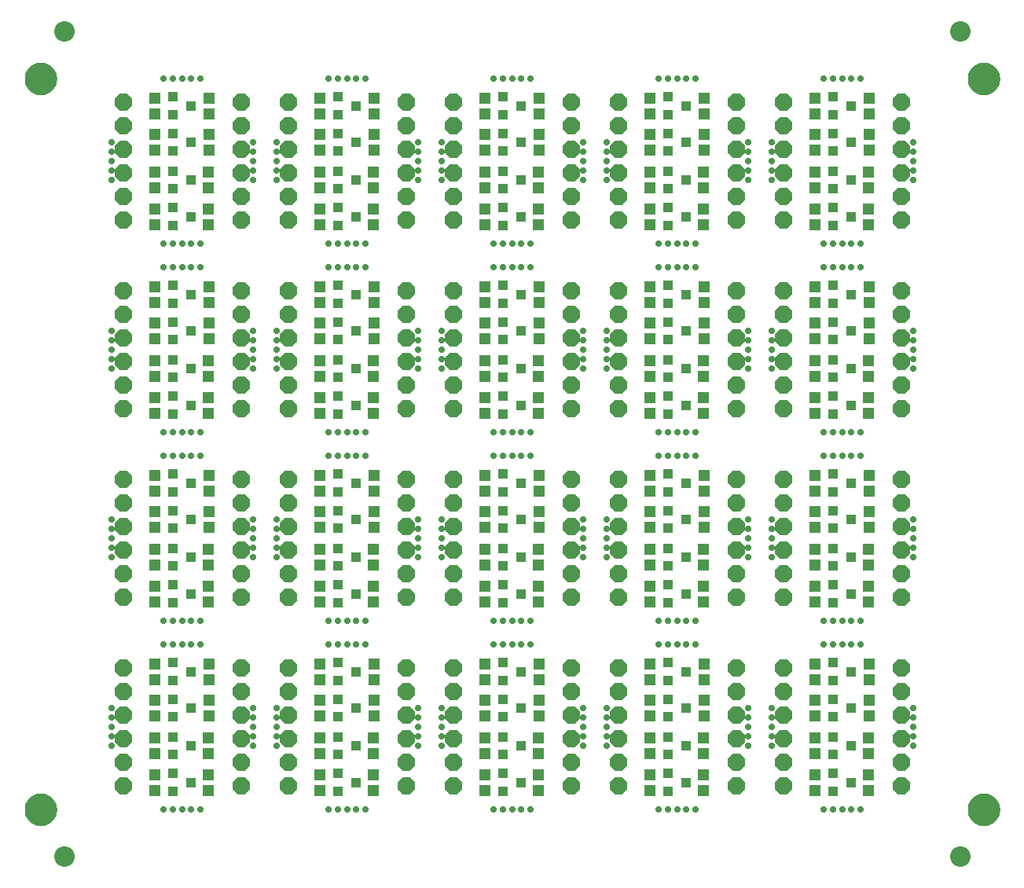
<source format=gts>
G75*
G70*
%OFA0B0*%
%FSLAX24Y24*%
%IPPOS*%
%LPD*%
%AMOC8*
5,1,8,0,0,1.08239X$1,22.5*
%
%ADD10C,0.0277*%
%ADD11C,0.0867*%
%ADD12R,0.0434X0.0395*%
%ADD13R,0.0513X0.0474*%
%ADD14OC8,0.0720*%
%ADD15C,0.0474*%
%ADD16C,0.0500*%
D10*
X009365Y007156D03*
X009759Y007156D03*
X010152Y007156D03*
X010546Y007156D03*
X010940Y007156D03*
X013152Y009869D03*
X013152Y010262D03*
X013152Y010656D03*
X013152Y011050D03*
X013152Y011443D03*
X014152Y011443D03*
X014152Y011050D03*
X014152Y010656D03*
X014152Y010262D03*
X014152Y009869D03*
X016365Y007156D03*
X016759Y007156D03*
X017152Y007156D03*
X017546Y007156D03*
X017940Y007156D03*
X020152Y009869D03*
X020152Y010262D03*
X020152Y010656D03*
X020152Y011050D03*
X020152Y011443D03*
X021152Y011443D03*
X021152Y011050D03*
X021152Y010656D03*
X021152Y010262D03*
X021152Y009869D03*
X023365Y007156D03*
X023759Y007156D03*
X024152Y007156D03*
X024546Y007156D03*
X024940Y007156D03*
X027152Y009869D03*
X027152Y010262D03*
X027152Y010656D03*
X027152Y011050D03*
X027152Y011443D03*
X028152Y011443D03*
X028152Y011050D03*
X028152Y010656D03*
X028152Y010262D03*
X028152Y009869D03*
X030365Y007156D03*
X030759Y007156D03*
X031152Y007156D03*
X031546Y007156D03*
X031940Y007156D03*
X034152Y009869D03*
X034152Y010262D03*
X034152Y010656D03*
X034152Y011050D03*
X034152Y011443D03*
X035152Y011443D03*
X035152Y011050D03*
X035152Y010656D03*
X035152Y010262D03*
X035152Y009869D03*
X037365Y007156D03*
X037759Y007156D03*
X038152Y007156D03*
X038546Y007156D03*
X038940Y007156D03*
X041152Y009869D03*
X041152Y010262D03*
X041152Y010656D03*
X041152Y011050D03*
X041152Y011443D03*
X038940Y014156D03*
X038546Y014156D03*
X038152Y014156D03*
X037759Y014156D03*
X037365Y014156D03*
X037365Y015156D03*
X037759Y015156D03*
X038152Y015156D03*
X038546Y015156D03*
X038940Y015156D03*
X041152Y017869D03*
X041152Y018262D03*
X041152Y018656D03*
X041152Y019050D03*
X041152Y019443D03*
X038940Y022156D03*
X038546Y022156D03*
X038152Y022156D03*
X037759Y022156D03*
X037365Y022156D03*
X037365Y023156D03*
X037759Y023156D03*
X038152Y023156D03*
X038546Y023156D03*
X038940Y023156D03*
X041152Y025869D03*
X041152Y026262D03*
X041152Y026656D03*
X041152Y027050D03*
X041152Y027443D03*
X038940Y030156D03*
X038546Y030156D03*
X038152Y030156D03*
X037759Y030156D03*
X037365Y030156D03*
X037365Y031156D03*
X037759Y031156D03*
X038152Y031156D03*
X038546Y031156D03*
X038940Y031156D03*
X041152Y033869D03*
X041152Y034262D03*
X041152Y034656D03*
X041152Y035050D03*
X041152Y035443D03*
X038940Y038156D03*
X038546Y038156D03*
X038152Y038156D03*
X037759Y038156D03*
X037365Y038156D03*
X035152Y035443D03*
X035152Y035050D03*
X035152Y034656D03*
X035152Y034262D03*
X035152Y033869D03*
X034152Y033869D03*
X034152Y034262D03*
X034152Y034656D03*
X034152Y035050D03*
X034152Y035443D03*
X031940Y038156D03*
X031546Y038156D03*
X031152Y038156D03*
X030759Y038156D03*
X030365Y038156D03*
X028152Y035443D03*
X028152Y035050D03*
X028152Y034656D03*
X028152Y034262D03*
X028152Y033869D03*
X027152Y033869D03*
X027152Y034262D03*
X027152Y034656D03*
X027152Y035050D03*
X027152Y035443D03*
X024940Y038156D03*
X024546Y038156D03*
X024152Y038156D03*
X023759Y038156D03*
X023365Y038156D03*
X021152Y035443D03*
X021152Y035050D03*
X021152Y034656D03*
X021152Y034262D03*
X021152Y033869D03*
X020152Y033869D03*
X020152Y034262D03*
X020152Y034656D03*
X020152Y035050D03*
X020152Y035443D03*
X017940Y038156D03*
X017546Y038156D03*
X017152Y038156D03*
X016759Y038156D03*
X016365Y038156D03*
X014152Y035443D03*
X014152Y035050D03*
X014152Y034656D03*
X014152Y034262D03*
X014152Y033869D03*
X013152Y033869D03*
X013152Y034262D03*
X013152Y034656D03*
X013152Y035050D03*
X013152Y035443D03*
X010940Y038156D03*
X010546Y038156D03*
X010152Y038156D03*
X009759Y038156D03*
X009365Y038156D03*
X007152Y035443D03*
X007152Y035050D03*
X007152Y034656D03*
X007152Y034262D03*
X007152Y033869D03*
X009365Y031156D03*
X009759Y031156D03*
X010152Y031156D03*
X010546Y031156D03*
X010940Y031156D03*
X010940Y030156D03*
X010546Y030156D03*
X010152Y030156D03*
X009759Y030156D03*
X009365Y030156D03*
X007152Y027443D03*
X007152Y027050D03*
X007152Y026656D03*
X007152Y026262D03*
X007152Y025869D03*
X009365Y023156D03*
X009759Y023156D03*
X010152Y023156D03*
X010546Y023156D03*
X010940Y023156D03*
X010940Y022156D03*
X010546Y022156D03*
X010152Y022156D03*
X009759Y022156D03*
X009365Y022156D03*
X007152Y019443D03*
X007152Y019050D03*
X007152Y018656D03*
X007152Y018262D03*
X007152Y017869D03*
X009365Y015156D03*
X009759Y015156D03*
X010152Y015156D03*
X010546Y015156D03*
X010940Y015156D03*
X010940Y014156D03*
X010546Y014156D03*
X010152Y014156D03*
X009759Y014156D03*
X009365Y014156D03*
X007152Y011443D03*
X007152Y011050D03*
X007152Y010656D03*
X007152Y010262D03*
X007152Y009869D03*
X013152Y017869D03*
X013152Y018262D03*
X013152Y018656D03*
X013152Y019050D03*
X013152Y019443D03*
X014152Y019443D03*
X014152Y019050D03*
X014152Y018656D03*
X014152Y018262D03*
X014152Y017869D03*
X016365Y015156D03*
X016759Y015156D03*
X017152Y015156D03*
X017546Y015156D03*
X017940Y015156D03*
X017940Y014156D03*
X017546Y014156D03*
X017152Y014156D03*
X016759Y014156D03*
X016365Y014156D03*
X020152Y017869D03*
X020152Y018262D03*
X020152Y018656D03*
X020152Y019050D03*
X020152Y019443D03*
X021152Y019443D03*
X021152Y019050D03*
X021152Y018656D03*
X021152Y018262D03*
X021152Y017869D03*
X023365Y015156D03*
X023759Y015156D03*
X024152Y015156D03*
X024546Y015156D03*
X024940Y015156D03*
X024940Y014156D03*
X024546Y014156D03*
X024152Y014156D03*
X023759Y014156D03*
X023365Y014156D03*
X027152Y017869D03*
X027152Y018262D03*
X027152Y018656D03*
X027152Y019050D03*
X027152Y019443D03*
X028152Y019443D03*
X028152Y019050D03*
X028152Y018656D03*
X028152Y018262D03*
X028152Y017869D03*
X030365Y015156D03*
X030759Y015156D03*
X031152Y015156D03*
X031546Y015156D03*
X031940Y015156D03*
X031940Y014156D03*
X031546Y014156D03*
X031152Y014156D03*
X030759Y014156D03*
X030365Y014156D03*
X034152Y017869D03*
X034152Y018262D03*
X034152Y018656D03*
X034152Y019050D03*
X034152Y019443D03*
X035152Y019443D03*
X035152Y019050D03*
X035152Y018656D03*
X035152Y018262D03*
X035152Y017869D03*
X031940Y022156D03*
X031546Y022156D03*
X031152Y022156D03*
X030759Y022156D03*
X030365Y022156D03*
X030365Y023156D03*
X030759Y023156D03*
X031152Y023156D03*
X031546Y023156D03*
X031940Y023156D03*
X034152Y025869D03*
X034152Y026262D03*
X034152Y026656D03*
X034152Y027050D03*
X034152Y027443D03*
X035152Y027443D03*
X035152Y027050D03*
X035152Y026656D03*
X035152Y026262D03*
X035152Y025869D03*
X031940Y030156D03*
X031546Y030156D03*
X031152Y030156D03*
X030759Y030156D03*
X030365Y030156D03*
X030365Y031156D03*
X030759Y031156D03*
X031152Y031156D03*
X031546Y031156D03*
X031940Y031156D03*
X028152Y027443D03*
X028152Y027050D03*
X028152Y026656D03*
X028152Y026262D03*
X028152Y025869D03*
X027152Y025869D03*
X027152Y026262D03*
X027152Y026656D03*
X027152Y027050D03*
X027152Y027443D03*
X024940Y030156D03*
X024546Y030156D03*
X024152Y030156D03*
X023759Y030156D03*
X023365Y030156D03*
X023365Y031156D03*
X023759Y031156D03*
X024152Y031156D03*
X024546Y031156D03*
X024940Y031156D03*
X021152Y027443D03*
X021152Y027050D03*
X021152Y026656D03*
X021152Y026262D03*
X021152Y025869D03*
X020152Y025869D03*
X020152Y026262D03*
X020152Y026656D03*
X020152Y027050D03*
X020152Y027443D03*
X017940Y030156D03*
X017546Y030156D03*
X017152Y030156D03*
X016759Y030156D03*
X016365Y030156D03*
X016365Y031156D03*
X016759Y031156D03*
X017152Y031156D03*
X017546Y031156D03*
X017940Y031156D03*
X014152Y027443D03*
X014152Y027050D03*
X014152Y026656D03*
X014152Y026262D03*
X014152Y025869D03*
X013152Y025869D03*
X013152Y026262D03*
X013152Y026656D03*
X013152Y027050D03*
X013152Y027443D03*
X016365Y023156D03*
X016759Y023156D03*
X017152Y023156D03*
X017546Y023156D03*
X017940Y023156D03*
X017940Y022156D03*
X017546Y022156D03*
X017152Y022156D03*
X016759Y022156D03*
X016365Y022156D03*
X023365Y022156D03*
X023759Y022156D03*
X024152Y022156D03*
X024546Y022156D03*
X024940Y022156D03*
X024940Y023156D03*
X024546Y023156D03*
X024152Y023156D03*
X023759Y023156D03*
X023365Y023156D03*
D11*
X005152Y005156D03*
X005152Y040156D03*
X043152Y040156D03*
X043152Y005156D03*
D12*
X038546Y008306D03*
X037759Y008680D03*
X037759Y009482D03*
X038546Y009856D03*
X037759Y010230D03*
X037759Y011082D03*
X038546Y011456D03*
X037759Y011830D03*
X037759Y012632D03*
X038546Y013006D03*
X037759Y013380D03*
X037759Y015932D03*
X037759Y016680D03*
X038546Y016306D03*
X037759Y017482D03*
X038546Y017856D03*
X037759Y018230D03*
X037759Y019082D03*
X037759Y019830D03*
X038546Y019456D03*
X037759Y020632D03*
X038546Y021006D03*
X037759Y021380D03*
X037759Y023932D03*
X038546Y024306D03*
X037759Y024680D03*
X037759Y025482D03*
X037759Y026230D03*
X038546Y025856D03*
X037759Y027082D03*
X038546Y027456D03*
X037759Y027830D03*
X037759Y028632D03*
X037759Y029380D03*
X038546Y029006D03*
X037759Y031932D03*
X038546Y032306D03*
X037759Y032680D03*
X037759Y033482D03*
X038546Y033856D03*
X037759Y034230D03*
X037759Y035082D03*
X038546Y035456D03*
X037759Y035830D03*
X037759Y036632D03*
X038546Y037006D03*
X037759Y037380D03*
X031546Y037006D03*
X030759Y037380D03*
X030759Y036632D03*
X030759Y035830D03*
X030759Y035082D03*
X030759Y034230D03*
X030759Y033482D03*
X030759Y032680D03*
X030759Y031932D03*
X031546Y032306D03*
X031546Y033856D03*
X031546Y035456D03*
X030759Y029380D03*
X030759Y028632D03*
X030759Y027830D03*
X030759Y027082D03*
X030759Y026230D03*
X030759Y025482D03*
X030759Y024680D03*
X030759Y023932D03*
X031546Y024306D03*
X031546Y025856D03*
X031546Y027456D03*
X031546Y029006D03*
X024546Y029006D03*
X023759Y029380D03*
X023759Y028632D03*
X023759Y027830D03*
X024546Y027456D03*
X023759Y027082D03*
X023759Y026230D03*
X023759Y025482D03*
X024546Y025856D03*
X023759Y024680D03*
X024546Y024306D03*
X023759Y023932D03*
X023759Y021380D03*
X024546Y021006D03*
X023759Y020632D03*
X023759Y019830D03*
X023759Y019082D03*
X024546Y019456D03*
X023759Y018230D03*
X024546Y017856D03*
X023759Y017482D03*
X023759Y016680D03*
X023759Y015932D03*
X024546Y016306D03*
X023759Y013380D03*
X024546Y013006D03*
X023759Y012632D03*
X023759Y011830D03*
X024546Y011456D03*
X023759Y011082D03*
X023759Y010230D03*
X024546Y009856D03*
X023759Y009482D03*
X023759Y008680D03*
X024546Y008306D03*
X023759Y007932D03*
X017546Y008306D03*
X016759Y008680D03*
X016759Y009482D03*
X016759Y010230D03*
X016759Y011082D03*
X016759Y011830D03*
X016759Y012632D03*
X016759Y013380D03*
X017546Y013006D03*
X017546Y011456D03*
X017546Y009856D03*
X016759Y007932D03*
X010546Y008306D03*
X009759Y008680D03*
X009759Y009482D03*
X010546Y009856D03*
X009759Y010230D03*
X009759Y011082D03*
X010546Y011456D03*
X009759Y011830D03*
X009759Y012632D03*
X010546Y013006D03*
X009759Y013380D03*
X009759Y015932D03*
X009759Y016680D03*
X010546Y016306D03*
X009759Y017482D03*
X010546Y017856D03*
X009759Y018230D03*
X009759Y019082D03*
X009759Y019830D03*
X010546Y019456D03*
X009759Y020632D03*
X010546Y021006D03*
X009759Y021380D03*
X009759Y023932D03*
X010546Y024306D03*
X009759Y024680D03*
X009759Y025482D03*
X009759Y026230D03*
X010546Y025856D03*
X009759Y027082D03*
X010546Y027456D03*
X009759Y027830D03*
X009759Y028632D03*
X009759Y029380D03*
X010546Y029006D03*
X009759Y031932D03*
X010546Y032306D03*
X009759Y032680D03*
X009759Y033482D03*
X010546Y033856D03*
X009759Y034230D03*
X009759Y035082D03*
X010546Y035456D03*
X009759Y035830D03*
X009759Y036632D03*
X010546Y037006D03*
X009759Y037380D03*
X016759Y037380D03*
X016759Y036632D03*
X016759Y035830D03*
X016759Y035082D03*
X016759Y034230D03*
X016759Y033482D03*
X016759Y032680D03*
X016759Y031932D03*
X017546Y032306D03*
X017546Y033856D03*
X017546Y035456D03*
X017546Y037006D03*
X023759Y036632D03*
X023759Y035830D03*
X024546Y035456D03*
X023759Y035082D03*
X023759Y034230D03*
X024546Y033856D03*
X023759Y033482D03*
X023759Y032680D03*
X024546Y032306D03*
X023759Y031932D03*
X024546Y037006D03*
X023759Y037380D03*
X017546Y029006D03*
X016759Y029380D03*
X016759Y028632D03*
X016759Y027830D03*
X016759Y027082D03*
X016759Y026230D03*
X016759Y025482D03*
X016759Y024680D03*
X016759Y023932D03*
X017546Y024306D03*
X017546Y025856D03*
X017546Y027456D03*
X016759Y021380D03*
X016759Y020632D03*
X016759Y019830D03*
X016759Y019082D03*
X016759Y018230D03*
X016759Y017482D03*
X016759Y016680D03*
X016759Y015932D03*
X017546Y016306D03*
X017546Y017856D03*
X017546Y019456D03*
X017546Y021006D03*
X030759Y020632D03*
X030759Y021380D03*
X031546Y021006D03*
X030759Y019830D03*
X030759Y019082D03*
X030759Y018230D03*
X030759Y017482D03*
X030759Y016680D03*
X030759Y015932D03*
X031546Y016306D03*
X031546Y017856D03*
X031546Y019456D03*
X030759Y013380D03*
X030759Y012632D03*
X030759Y011830D03*
X030759Y011082D03*
X030759Y010230D03*
X030759Y009482D03*
X030759Y008680D03*
X030759Y007932D03*
X031546Y008306D03*
X031546Y009856D03*
X031546Y011456D03*
X031546Y013006D03*
X037759Y007932D03*
X009759Y007932D03*
D13*
X009002Y007971D03*
X009002Y008641D03*
X009002Y009521D03*
X009002Y010191D03*
X009002Y011121D03*
X009002Y011791D03*
X009002Y012671D03*
X009002Y013341D03*
X011302Y013341D03*
X011302Y012671D03*
X011302Y011791D03*
X011302Y011121D03*
X011252Y010191D03*
X011252Y009521D03*
X011252Y008641D03*
X011252Y007971D03*
X016002Y007971D03*
X016002Y008641D03*
X016002Y009521D03*
X016002Y010191D03*
X016002Y011121D03*
X016002Y011791D03*
X016002Y012671D03*
X016002Y013341D03*
X018302Y013341D03*
X018302Y012671D03*
X018302Y011791D03*
X018302Y011121D03*
X018252Y010191D03*
X018252Y009521D03*
X018252Y008641D03*
X018252Y007971D03*
X023002Y007971D03*
X023002Y008641D03*
X023002Y009521D03*
X023002Y010191D03*
X023002Y011121D03*
X023002Y011791D03*
X023002Y012671D03*
X023002Y013341D03*
X025302Y013341D03*
X025302Y012671D03*
X025302Y011791D03*
X025302Y011121D03*
X025252Y010191D03*
X025252Y009521D03*
X025252Y008641D03*
X025252Y007971D03*
X030002Y007971D03*
X030002Y008641D03*
X030002Y009521D03*
X030002Y010191D03*
X030002Y011121D03*
X030002Y011791D03*
X030002Y012671D03*
X030002Y013341D03*
X032302Y013341D03*
X032302Y012671D03*
X032302Y011791D03*
X032302Y011121D03*
X032252Y010191D03*
X032252Y009521D03*
X032252Y008641D03*
X032252Y007971D03*
X037002Y007971D03*
X037002Y008641D03*
X037002Y009521D03*
X037002Y010191D03*
X037002Y011121D03*
X037002Y011791D03*
X037002Y012671D03*
X037002Y013341D03*
X039302Y013341D03*
X039302Y012671D03*
X039302Y011791D03*
X039302Y011121D03*
X039252Y010191D03*
X039252Y009521D03*
X039252Y008641D03*
X039252Y007971D03*
X039252Y015971D03*
X039252Y016641D03*
X039252Y017521D03*
X039252Y018191D03*
X039302Y019121D03*
X039302Y019791D03*
X039302Y020671D03*
X039302Y021341D03*
X037002Y021341D03*
X037002Y020671D03*
X037002Y019791D03*
X037002Y019121D03*
X037002Y018191D03*
X037002Y017521D03*
X037002Y016641D03*
X037002Y015971D03*
X032252Y015971D03*
X032252Y016641D03*
X032252Y017521D03*
X032252Y018191D03*
X032302Y019121D03*
X032302Y019791D03*
X032302Y020671D03*
X032302Y021341D03*
X030002Y021341D03*
X030002Y020671D03*
X030002Y019791D03*
X030002Y019121D03*
X030002Y018191D03*
X030002Y017521D03*
X030002Y016641D03*
X030002Y015971D03*
X025252Y015971D03*
X025252Y016641D03*
X025252Y017521D03*
X025252Y018191D03*
X025302Y019121D03*
X025302Y019791D03*
X025302Y020671D03*
X025302Y021341D03*
X023002Y021341D03*
X023002Y020671D03*
X023002Y019791D03*
X023002Y019121D03*
X023002Y018191D03*
X023002Y017521D03*
X023002Y016641D03*
X023002Y015971D03*
X018252Y015971D03*
X018252Y016641D03*
X018252Y017521D03*
X018252Y018191D03*
X018302Y019121D03*
X018302Y019791D03*
X018302Y020671D03*
X018302Y021341D03*
X016002Y021341D03*
X016002Y020671D03*
X016002Y019791D03*
X016002Y019121D03*
X016002Y018191D03*
X016002Y017521D03*
X016002Y016641D03*
X016002Y015971D03*
X011252Y015971D03*
X011252Y016641D03*
X011252Y017521D03*
X011252Y018191D03*
X011302Y019121D03*
X011302Y019791D03*
X011302Y020671D03*
X011302Y021341D03*
X009002Y021341D03*
X009002Y020671D03*
X009002Y019791D03*
X009002Y019121D03*
X009002Y018191D03*
X009002Y017521D03*
X009002Y016641D03*
X009002Y015971D03*
X009002Y023971D03*
X009002Y024641D03*
X009002Y025521D03*
X009002Y026191D03*
X009002Y027121D03*
X009002Y027791D03*
X009002Y028671D03*
X009002Y029341D03*
X011302Y029341D03*
X011302Y028671D03*
X011302Y027791D03*
X011302Y027121D03*
X011252Y026191D03*
X011252Y025521D03*
X011252Y024641D03*
X011252Y023971D03*
X016002Y023971D03*
X016002Y024641D03*
X016002Y025521D03*
X016002Y026191D03*
X016002Y027121D03*
X016002Y027791D03*
X016002Y028671D03*
X016002Y029341D03*
X018302Y029341D03*
X018302Y028671D03*
X018302Y027791D03*
X018302Y027121D03*
X018252Y026191D03*
X018252Y025521D03*
X018252Y024641D03*
X018252Y023971D03*
X023002Y023971D03*
X023002Y024641D03*
X023002Y025521D03*
X023002Y026191D03*
X023002Y027121D03*
X023002Y027791D03*
X023002Y028671D03*
X023002Y029341D03*
X025302Y029341D03*
X025302Y028671D03*
X025302Y027791D03*
X025302Y027121D03*
X025252Y026191D03*
X025252Y025521D03*
X025252Y024641D03*
X025252Y023971D03*
X030002Y023971D03*
X030002Y024641D03*
X030002Y025521D03*
X030002Y026191D03*
X030002Y027121D03*
X030002Y027791D03*
X030002Y028671D03*
X030002Y029341D03*
X032302Y029341D03*
X032302Y028671D03*
X032302Y027791D03*
X032302Y027121D03*
X032252Y026191D03*
X032252Y025521D03*
X032252Y024641D03*
X032252Y023971D03*
X037002Y023971D03*
X037002Y024641D03*
X037002Y025521D03*
X037002Y026191D03*
X037002Y027121D03*
X037002Y027791D03*
X037002Y028671D03*
X037002Y029341D03*
X039302Y029341D03*
X039302Y028671D03*
X039302Y027791D03*
X039302Y027121D03*
X039252Y026191D03*
X039252Y025521D03*
X039252Y024641D03*
X039252Y023971D03*
X039252Y031971D03*
X039252Y032641D03*
X039252Y033521D03*
X039252Y034191D03*
X039302Y035121D03*
X039302Y035791D03*
X039302Y036671D03*
X039302Y037341D03*
X037002Y037341D03*
X037002Y036671D03*
X037002Y035791D03*
X037002Y035121D03*
X037002Y034191D03*
X037002Y033521D03*
X037002Y032641D03*
X037002Y031971D03*
X032252Y031971D03*
X032252Y032641D03*
X032252Y033521D03*
X032252Y034191D03*
X032302Y035121D03*
X032302Y035791D03*
X032302Y036671D03*
X032302Y037341D03*
X030002Y037341D03*
X030002Y036671D03*
X030002Y035791D03*
X030002Y035121D03*
X030002Y034191D03*
X030002Y033521D03*
X030002Y032641D03*
X030002Y031971D03*
X025252Y031971D03*
X025252Y032641D03*
X025252Y033521D03*
X025252Y034191D03*
X025302Y035121D03*
X025302Y035791D03*
X025302Y036671D03*
X025302Y037341D03*
X023002Y037341D03*
X023002Y036671D03*
X023002Y035791D03*
X023002Y035121D03*
X023002Y034191D03*
X023002Y033521D03*
X023002Y032641D03*
X023002Y031971D03*
X018252Y031971D03*
X018252Y032641D03*
X018252Y033521D03*
X018252Y034191D03*
X018302Y035121D03*
X018302Y035791D03*
X018302Y036671D03*
X018302Y037341D03*
X016002Y037341D03*
X016002Y036671D03*
X016002Y035791D03*
X016002Y035121D03*
X016002Y034191D03*
X016002Y033521D03*
X016002Y032641D03*
X016002Y031971D03*
X011252Y031971D03*
X011252Y032641D03*
X011252Y033521D03*
X011252Y034191D03*
X011302Y035121D03*
X011302Y035791D03*
X011302Y036671D03*
X011302Y037341D03*
X009002Y037341D03*
X009002Y036671D03*
X009002Y035791D03*
X009002Y035121D03*
X009002Y034191D03*
X009002Y033521D03*
X009002Y032641D03*
X009002Y031971D03*
D14*
X007652Y032156D03*
X007652Y033156D03*
X007652Y034156D03*
X007652Y035156D03*
X007652Y036156D03*
X007652Y037156D03*
X012652Y037156D03*
X012652Y036156D03*
X012652Y035156D03*
X012652Y034156D03*
X012652Y033156D03*
X012652Y032156D03*
X014652Y032156D03*
X014652Y033156D03*
X014652Y034156D03*
X014652Y035156D03*
X014652Y036156D03*
X014652Y037156D03*
X019652Y037156D03*
X019652Y036156D03*
X019652Y035156D03*
X019652Y034156D03*
X019652Y033156D03*
X019652Y032156D03*
X021652Y032156D03*
X021652Y033156D03*
X021652Y034156D03*
X021652Y035156D03*
X021652Y036156D03*
X021652Y037156D03*
X026652Y037156D03*
X026652Y036156D03*
X026652Y035156D03*
X026652Y034156D03*
X026652Y033156D03*
X026652Y032156D03*
X028652Y032156D03*
X028652Y033156D03*
X028652Y034156D03*
X028652Y035156D03*
X028652Y036156D03*
X028652Y037156D03*
X033652Y037156D03*
X033652Y036156D03*
X033652Y035156D03*
X033652Y034156D03*
X033652Y033156D03*
X033652Y032156D03*
X035652Y032156D03*
X035652Y033156D03*
X035652Y034156D03*
X035652Y035156D03*
X035652Y036156D03*
X035652Y037156D03*
X040652Y037156D03*
X040652Y036156D03*
X040652Y035156D03*
X040652Y034156D03*
X040652Y033156D03*
X040652Y032156D03*
X040652Y029156D03*
X040652Y028156D03*
X040652Y027156D03*
X040652Y026156D03*
X040652Y025156D03*
X040652Y024156D03*
X040652Y021156D03*
X040652Y020156D03*
X040652Y019156D03*
X040652Y018156D03*
X040652Y017156D03*
X040652Y016156D03*
X040652Y013156D03*
X040652Y012156D03*
X040652Y011156D03*
X040652Y010156D03*
X040652Y009156D03*
X040652Y008156D03*
X035652Y008156D03*
X035652Y009156D03*
X035652Y010156D03*
X035652Y011156D03*
X035652Y012156D03*
X035652Y013156D03*
X033652Y013156D03*
X033652Y012156D03*
X033652Y011156D03*
X033652Y010156D03*
X033652Y009156D03*
X033652Y008156D03*
X028652Y008156D03*
X028652Y009156D03*
X028652Y010156D03*
X028652Y011156D03*
X028652Y012156D03*
X028652Y013156D03*
X026652Y013156D03*
X026652Y012156D03*
X026652Y011156D03*
X026652Y010156D03*
X026652Y009156D03*
X026652Y008156D03*
X021652Y008156D03*
X021652Y009156D03*
X021652Y010156D03*
X021652Y011156D03*
X021652Y012156D03*
X021652Y013156D03*
X019652Y013156D03*
X019652Y012156D03*
X019652Y011156D03*
X019652Y010156D03*
X019652Y009156D03*
X019652Y008156D03*
X014652Y008156D03*
X014652Y009156D03*
X014652Y010156D03*
X014652Y011156D03*
X014652Y012156D03*
X014652Y013156D03*
X012652Y013156D03*
X012652Y012156D03*
X012652Y011156D03*
X012652Y010156D03*
X012652Y009156D03*
X012652Y008156D03*
X007652Y008156D03*
X007652Y009156D03*
X007652Y010156D03*
X007652Y011156D03*
X007652Y012156D03*
X007652Y013156D03*
X007652Y016156D03*
X007652Y017156D03*
X007652Y018156D03*
X007652Y019156D03*
X007652Y020156D03*
X007652Y021156D03*
X007652Y024156D03*
X007652Y025156D03*
X007652Y026156D03*
X007652Y027156D03*
X007652Y028156D03*
X007652Y029156D03*
X012652Y029156D03*
X012652Y028156D03*
X012652Y027156D03*
X012652Y026156D03*
X012652Y025156D03*
X012652Y024156D03*
X014652Y024156D03*
X014652Y025156D03*
X014652Y026156D03*
X014652Y027156D03*
X014652Y028156D03*
X014652Y029156D03*
X019652Y029156D03*
X019652Y028156D03*
X019652Y027156D03*
X019652Y026156D03*
X019652Y025156D03*
X019652Y024156D03*
X021652Y024156D03*
X021652Y025156D03*
X021652Y026156D03*
X021652Y027156D03*
X021652Y028156D03*
X021652Y029156D03*
X026652Y029156D03*
X026652Y028156D03*
X026652Y027156D03*
X026652Y026156D03*
X026652Y025156D03*
X026652Y024156D03*
X028652Y024156D03*
X028652Y025156D03*
X028652Y026156D03*
X028652Y027156D03*
X028652Y028156D03*
X028652Y029156D03*
X033652Y029156D03*
X033652Y028156D03*
X033652Y027156D03*
X033652Y026156D03*
X033652Y025156D03*
X033652Y024156D03*
X035652Y024156D03*
X035652Y025156D03*
X035652Y026156D03*
X035652Y027156D03*
X035652Y028156D03*
X035652Y029156D03*
X035652Y021156D03*
X035652Y020156D03*
X035652Y019156D03*
X035652Y018156D03*
X035652Y017156D03*
X035652Y016156D03*
X033652Y016156D03*
X033652Y017156D03*
X033652Y018156D03*
X033652Y019156D03*
X033652Y020156D03*
X033652Y021156D03*
X028652Y021156D03*
X028652Y020156D03*
X028652Y019156D03*
X028652Y018156D03*
X028652Y017156D03*
X028652Y016156D03*
X026652Y016156D03*
X026652Y017156D03*
X026652Y018156D03*
X026652Y019156D03*
X026652Y020156D03*
X026652Y021156D03*
X021652Y021156D03*
X021652Y020156D03*
X021652Y019156D03*
X021652Y018156D03*
X021652Y017156D03*
X021652Y016156D03*
X019652Y016156D03*
X019652Y017156D03*
X019652Y018156D03*
X019652Y019156D03*
X019652Y020156D03*
X019652Y021156D03*
X014652Y021156D03*
X014652Y020156D03*
X014652Y019156D03*
X014652Y018156D03*
X014652Y017156D03*
X014652Y016156D03*
X012652Y016156D03*
X012652Y017156D03*
X012652Y018156D03*
X012652Y019156D03*
X012652Y020156D03*
X012652Y021156D03*
D15*
X004152Y007156D03*
X004152Y038156D03*
X044152Y038156D03*
X044152Y007156D03*
D16*
X043719Y007156D02*
X043721Y007197D01*
X043727Y007238D01*
X043737Y007278D01*
X043750Y007317D01*
X043767Y007354D01*
X043788Y007390D01*
X043812Y007424D01*
X043839Y007455D01*
X043868Y007483D01*
X043901Y007509D01*
X043935Y007531D01*
X043972Y007550D01*
X044010Y007565D01*
X044050Y007577D01*
X044090Y007585D01*
X044131Y007589D01*
X044173Y007589D01*
X044214Y007585D01*
X044254Y007577D01*
X044294Y007565D01*
X044332Y007550D01*
X044368Y007531D01*
X044403Y007509D01*
X044436Y007483D01*
X044465Y007455D01*
X044492Y007424D01*
X044516Y007390D01*
X044537Y007354D01*
X044554Y007317D01*
X044567Y007278D01*
X044577Y007238D01*
X044583Y007197D01*
X044585Y007156D01*
X044583Y007115D01*
X044577Y007074D01*
X044567Y007034D01*
X044554Y006995D01*
X044537Y006958D01*
X044516Y006922D01*
X044492Y006888D01*
X044465Y006857D01*
X044436Y006829D01*
X044403Y006803D01*
X044369Y006781D01*
X044332Y006762D01*
X044294Y006747D01*
X044254Y006735D01*
X044214Y006727D01*
X044173Y006723D01*
X044131Y006723D01*
X044090Y006727D01*
X044050Y006735D01*
X044010Y006747D01*
X043972Y006762D01*
X043936Y006781D01*
X043901Y006803D01*
X043868Y006829D01*
X043839Y006857D01*
X043812Y006888D01*
X043788Y006922D01*
X043767Y006958D01*
X043750Y006995D01*
X043737Y007034D01*
X043727Y007074D01*
X043721Y007115D01*
X043719Y007156D01*
X043719Y038156D02*
X043721Y038197D01*
X043727Y038238D01*
X043737Y038278D01*
X043750Y038317D01*
X043767Y038354D01*
X043788Y038390D01*
X043812Y038424D01*
X043839Y038455D01*
X043868Y038483D01*
X043901Y038509D01*
X043935Y038531D01*
X043972Y038550D01*
X044010Y038565D01*
X044050Y038577D01*
X044090Y038585D01*
X044131Y038589D01*
X044173Y038589D01*
X044214Y038585D01*
X044254Y038577D01*
X044294Y038565D01*
X044332Y038550D01*
X044368Y038531D01*
X044403Y038509D01*
X044436Y038483D01*
X044465Y038455D01*
X044492Y038424D01*
X044516Y038390D01*
X044537Y038354D01*
X044554Y038317D01*
X044567Y038278D01*
X044577Y038238D01*
X044583Y038197D01*
X044585Y038156D01*
X044583Y038115D01*
X044577Y038074D01*
X044567Y038034D01*
X044554Y037995D01*
X044537Y037958D01*
X044516Y037922D01*
X044492Y037888D01*
X044465Y037857D01*
X044436Y037829D01*
X044403Y037803D01*
X044369Y037781D01*
X044332Y037762D01*
X044294Y037747D01*
X044254Y037735D01*
X044214Y037727D01*
X044173Y037723D01*
X044131Y037723D01*
X044090Y037727D01*
X044050Y037735D01*
X044010Y037747D01*
X043972Y037762D01*
X043936Y037781D01*
X043901Y037803D01*
X043868Y037829D01*
X043839Y037857D01*
X043812Y037888D01*
X043788Y037922D01*
X043767Y037958D01*
X043750Y037995D01*
X043737Y038034D01*
X043727Y038074D01*
X043721Y038115D01*
X043719Y038156D01*
X003719Y038156D02*
X003721Y038197D01*
X003727Y038238D01*
X003737Y038278D01*
X003750Y038317D01*
X003767Y038354D01*
X003788Y038390D01*
X003812Y038424D01*
X003839Y038455D01*
X003868Y038483D01*
X003901Y038509D01*
X003935Y038531D01*
X003972Y038550D01*
X004010Y038565D01*
X004050Y038577D01*
X004090Y038585D01*
X004131Y038589D01*
X004173Y038589D01*
X004214Y038585D01*
X004254Y038577D01*
X004294Y038565D01*
X004332Y038550D01*
X004368Y038531D01*
X004403Y038509D01*
X004436Y038483D01*
X004465Y038455D01*
X004492Y038424D01*
X004516Y038390D01*
X004537Y038354D01*
X004554Y038317D01*
X004567Y038278D01*
X004577Y038238D01*
X004583Y038197D01*
X004585Y038156D01*
X004583Y038115D01*
X004577Y038074D01*
X004567Y038034D01*
X004554Y037995D01*
X004537Y037958D01*
X004516Y037922D01*
X004492Y037888D01*
X004465Y037857D01*
X004436Y037829D01*
X004403Y037803D01*
X004369Y037781D01*
X004332Y037762D01*
X004294Y037747D01*
X004254Y037735D01*
X004214Y037727D01*
X004173Y037723D01*
X004131Y037723D01*
X004090Y037727D01*
X004050Y037735D01*
X004010Y037747D01*
X003972Y037762D01*
X003936Y037781D01*
X003901Y037803D01*
X003868Y037829D01*
X003839Y037857D01*
X003812Y037888D01*
X003788Y037922D01*
X003767Y037958D01*
X003750Y037995D01*
X003737Y038034D01*
X003727Y038074D01*
X003721Y038115D01*
X003719Y038156D01*
X003719Y007156D02*
X003721Y007197D01*
X003727Y007238D01*
X003737Y007278D01*
X003750Y007317D01*
X003767Y007354D01*
X003788Y007390D01*
X003812Y007424D01*
X003839Y007455D01*
X003868Y007483D01*
X003901Y007509D01*
X003935Y007531D01*
X003972Y007550D01*
X004010Y007565D01*
X004050Y007577D01*
X004090Y007585D01*
X004131Y007589D01*
X004173Y007589D01*
X004214Y007585D01*
X004254Y007577D01*
X004294Y007565D01*
X004332Y007550D01*
X004368Y007531D01*
X004403Y007509D01*
X004436Y007483D01*
X004465Y007455D01*
X004492Y007424D01*
X004516Y007390D01*
X004537Y007354D01*
X004554Y007317D01*
X004567Y007278D01*
X004577Y007238D01*
X004583Y007197D01*
X004585Y007156D01*
X004583Y007115D01*
X004577Y007074D01*
X004567Y007034D01*
X004554Y006995D01*
X004537Y006958D01*
X004516Y006922D01*
X004492Y006888D01*
X004465Y006857D01*
X004436Y006829D01*
X004403Y006803D01*
X004369Y006781D01*
X004332Y006762D01*
X004294Y006747D01*
X004254Y006735D01*
X004214Y006727D01*
X004173Y006723D01*
X004131Y006723D01*
X004090Y006727D01*
X004050Y006735D01*
X004010Y006747D01*
X003972Y006762D01*
X003936Y006781D01*
X003901Y006803D01*
X003868Y006829D01*
X003839Y006857D01*
X003812Y006888D01*
X003788Y006922D01*
X003767Y006958D01*
X003750Y006995D01*
X003737Y007034D01*
X003727Y007074D01*
X003721Y007115D01*
X003719Y007156D01*
M02*

</source>
